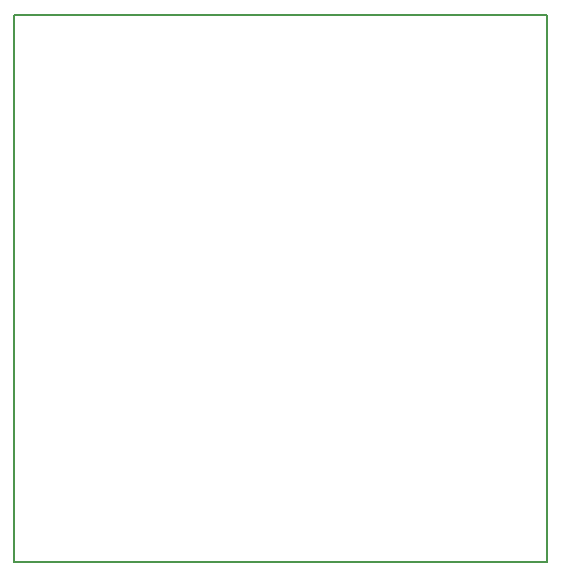
<source format=gbr>
G04 #@! TF.FileFunction,Profile,NP*
%FSLAX46Y46*%
G04 Gerber Fmt 4.6, Leading zero omitted, Abs format (unit mm)*
G04 Created by KiCad (PCBNEW 4.0.7) date 04/04/19 20:33:01*
%MOMM*%
%LPD*%
G01*
G04 APERTURE LIST*
%ADD10C,0.100000*%
%ADD11C,0.150000*%
G04 APERTURE END LIST*
D10*
D11*
X170180000Y-62230000D02*
X170180000Y-62865000D01*
X125095000Y-62230000D02*
X170180000Y-62230000D01*
X170180000Y-108585000D02*
X170180000Y-62865000D01*
X125095000Y-108585000D02*
X170180000Y-108585000D01*
X125095000Y-62230000D02*
X125095000Y-108585000D01*
M02*

</source>
